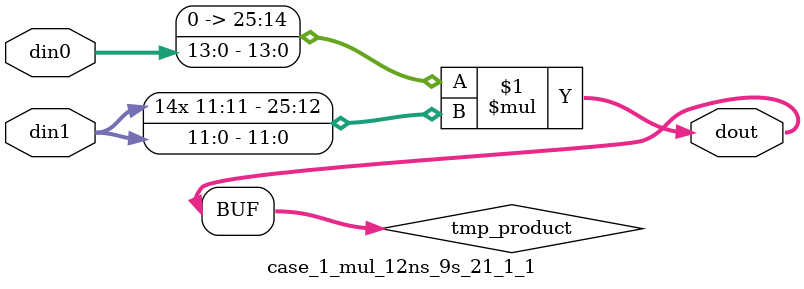
<source format=v>

`timescale 1 ns / 1 ps

 (* use_dsp = "no" *)  module case_1_mul_12ns_9s_21_1_1(din0, din1, dout);
parameter ID = 1;
parameter NUM_STAGE = 0;
parameter din0_WIDTH = 14;
parameter din1_WIDTH = 12;
parameter dout_WIDTH = 26;

input [din0_WIDTH - 1 : 0] din0; 
input [din1_WIDTH - 1 : 0] din1; 
output [dout_WIDTH - 1 : 0] dout;

wire signed [dout_WIDTH - 1 : 0] tmp_product;

























assign tmp_product = $signed({1'b0, din0}) * $signed(din1);










assign dout = tmp_product;





















endmodule

</source>
